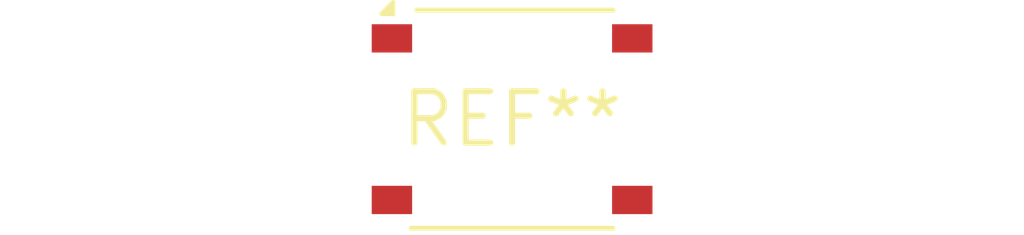
<source format=kicad_pcb>
(kicad_pcb (version 20240108) (generator pcbnew)
  (layers (0 "F.Cu" signal) (31 "B.Cu" signal) (34 "B.Paste" user) (35 "F.Paste" user) (36 "B.SilkS" user "B.Silkscreen") (37 "F.SilkS" user "F.Silkscreen") (38 "B.Mask" user) (39 "F.Mask" user) (44 "Edge.Cuts" user))
  (net 0 "")
  (footprint "Diode_Bridge_Vishay_MBLS" (layer "F.Cu") (at 0 0)
    (property "Reference" "REF**")
    (property "Value" "Diode_Bridge_Vishay_MBLS")
    (fp_line (start 2.5 -2.7) (end -2.36 -2.7) (layer "F.SilkS") (stroke (width 0.12)))
    (fp_line (start 2.5 2.7) (end -2.5 2.7) (layer "F.SilkS") (stroke (width 0.12)))
    (fp_poly (pts (xy -2.95 -2.61) (xy -3.23 -2.61) (xy -2.95 -2.89) (xy -2.95 -2.61)) (layer "F.SilkS") (stroke (width 0.12)) (fill solid))
    (pad "1" smd rect (at -2.975 -2) (size 1 0.7) (layers "F.Cu" "F.Paste" "F.Mask"))
    (pad "2" smd rect (at 2.975 -2) (size 1 0.7) (layers "F.Cu" "F.Paste" "F.Mask"))
    (pad "3" smd rect (at 2.975 2) (size 1 0.7) (layers "F.Cu" "F.Paste" "F.Mask"))
    (pad "4" smd rect (at -2.975 2) (size 1 0.7) (layers "F.Cu" "F.Paste" "F.Mask"))
  )
)
</source>
